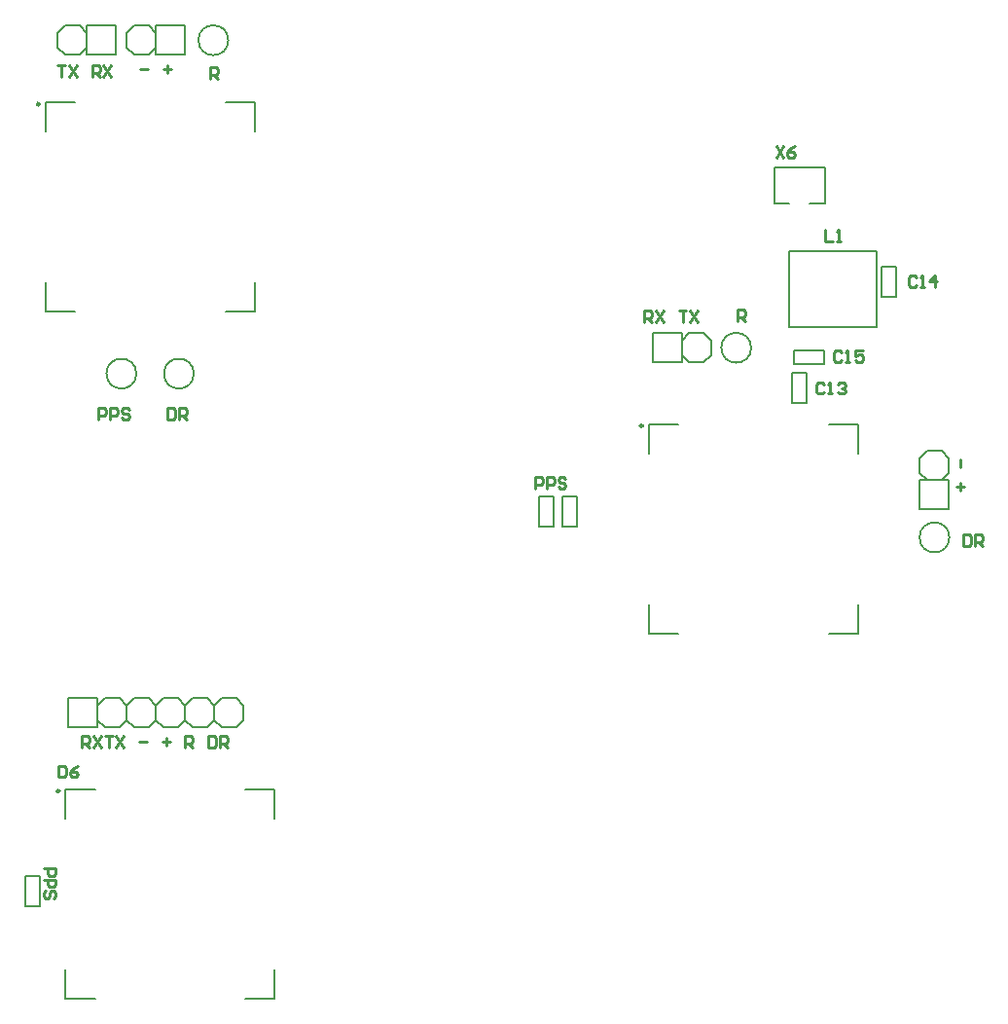
<source format=gto>
G04 Layer_Color=65535*
%FSLAX44Y44*%
%MOMM*%
G71*
G01*
G75*
%ADD17C,0.2540*%
%ADD30C,0.2500*%
%ADD31C,0.2000*%
D17*
X652132Y775685D02*
X658796Y765688D01*
Y775685D02*
X652132Y765688D01*
X668793Y775685D02*
X665461Y774019D01*
X662129Y770686D01*
Y767354D01*
X663795Y765688D01*
X667127D01*
X668793Y767354D01*
Y769020D01*
X667127Y770686D01*
X662129D01*
X695000Y702497D02*
Y692500D01*
X701665D01*
X704997D02*
X708329D01*
X706663D01*
Y702497D01*
X704997Y700831D01*
X709165Y595831D02*
X707498Y597497D01*
X704166D01*
X702500Y595831D01*
Y589166D01*
X704166Y587500D01*
X707498D01*
X709165Y589166D01*
X712497Y587500D02*
X715829D01*
X714163D01*
Y597497D01*
X712497Y595831D01*
X727492Y597497D02*
X720827D01*
Y592498D01*
X724160Y594165D01*
X725826D01*
X727492Y592498D01*
Y589166D01*
X725826Y587500D01*
X722494D01*
X720827Y589166D01*
X774165Y660831D02*
X772498Y662497D01*
X769166D01*
X767500Y660831D01*
Y654166D01*
X769166Y652500D01*
X772498D01*
X774165Y654166D01*
X777497Y652500D02*
X780829D01*
X779163D01*
Y662497D01*
X777497Y660831D01*
X790826Y652500D02*
Y662497D01*
X785827Y657498D01*
X792492D01*
X694165Y568331D02*
X692498Y569997D01*
X689166D01*
X687500Y568331D01*
Y561666D01*
X689166Y560000D01*
X692498D01*
X694165Y561666D01*
X697497Y560000D02*
X700829D01*
X699163D01*
Y569997D01*
X697497Y568331D01*
X705827D02*
X707494Y569997D01*
X710826D01*
X712492Y568331D01*
Y566665D01*
X710826Y564998D01*
X709160D01*
X710826D01*
X712492Y563332D01*
Y561666D01*
X710826Y560000D01*
X707494D01*
X705827Y561666D01*
X27546Y236443D02*
Y226446D01*
X32544D01*
X34211Y228112D01*
Y234777D01*
X32544Y236443D01*
X27546D01*
X44207D02*
X40875Y234777D01*
X37543Y231444D01*
Y228112D01*
X39209Y226446D01*
X42541D01*
X44207Y228112D01*
Y229778D01*
X42541Y231444D01*
X37543D01*
X442500Y477500D02*
Y487497D01*
X447498D01*
X449165Y485831D01*
Y482498D01*
X447498Y480832D01*
X442500D01*
X452497Y477500D02*
Y487497D01*
X457495D01*
X459161Y485831D01*
Y482498D01*
X457495Y480832D01*
X452497D01*
X469158Y485831D02*
X467492Y487497D01*
X464160D01*
X462494Y485831D01*
Y484165D01*
X464160Y482498D01*
X467492D01*
X469158Y480832D01*
Y479166D01*
X467492Y477500D01*
X464160D01*
X462494Y479166D01*
X537500Y622500D02*
Y632497D01*
X542498D01*
X544165Y630831D01*
Y627498D01*
X542498Y625832D01*
X537500D01*
X540832D02*
X544165Y622500D01*
X547497Y632497D02*
X554161Y622500D01*
Y632497D02*
X547497Y622500D01*
X567490Y632497D02*
X574155D01*
X570823D01*
Y622500D01*
X577487Y632497D02*
X584152Y622500D01*
Y632497D02*
X577487Y622500D01*
X812498Y502500D02*
Y495835D01*
Y482506D02*
Y475842D01*
X815831Y479174D02*
X809166D01*
X815000Y437497D02*
Y427500D01*
X819998D01*
X821665Y429166D01*
Y435831D01*
X819998Y437497D01*
X815000D01*
X824997Y427500D02*
Y437497D01*
X829995D01*
X831661Y435831D01*
Y432498D01*
X829995Y430832D01*
X824997D01*
X828329D02*
X831661Y427500D01*
X618500Y623250D02*
Y633247D01*
X623498D01*
X625164Y631581D01*
Y628248D01*
X623498Y626582D01*
X618500D01*
X621832D02*
X625164Y623250D01*
X27000Y845997D02*
X33665D01*
X30332D01*
Y836000D01*
X36997Y845997D02*
X43661Y836000D01*
Y845997D02*
X36997Y836000D01*
X56990D02*
Y845997D01*
X61989D01*
X63655Y844331D01*
Y840998D01*
X61989Y839332D01*
X56990D01*
X60323D02*
X63655Y836000D01*
X66987Y845997D02*
X73652Y836000D01*
Y845997D02*
X66987Y836000D01*
X99000Y841998D02*
X105665D01*
X118994D02*
X125658D01*
X122326Y845331D02*
Y838666D01*
X62500Y537500D02*
Y547497D01*
X67498D01*
X69165Y545831D01*
Y542498D01*
X67498Y540832D01*
X62500D01*
X72497Y537500D02*
Y547497D01*
X77495D01*
X79161Y545831D01*
Y542498D01*
X77495Y540832D01*
X72497D01*
X89158Y545831D02*
X87492Y547497D01*
X84160D01*
X82494Y545831D01*
Y544165D01*
X84160Y542498D01*
X87492D01*
X89158Y540832D01*
Y539166D01*
X87492Y537500D01*
X84160D01*
X82494Y539166D01*
X122500Y547497D02*
Y537500D01*
X127498D01*
X129164Y539166D01*
Y545831D01*
X127498Y547497D01*
X122500D01*
X132497Y537500D02*
Y547497D01*
X137495D01*
X139161Y545831D01*
Y542498D01*
X137495Y540832D01*
X132497D01*
X135829D02*
X139161Y537500D01*
X160000Y834000D02*
Y843997D01*
X164998D01*
X166665Y842331D01*
Y838998D01*
X164998Y837332D01*
X160000D01*
X163332D02*
X166665Y834000D01*
X48000Y252000D02*
Y261997D01*
X52998D01*
X54665Y260331D01*
Y256998D01*
X52998Y255332D01*
X48000D01*
X51332D02*
X54665Y252000D01*
X57997Y261997D02*
X64661Y252000D01*
Y261997D02*
X57997Y252000D01*
X67994Y261997D02*
X74658D01*
X71326D01*
Y252000D01*
X77990Y261997D02*
X84655Y252000D01*
Y261997D02*
X77990Y252000D01*
X97984Y256998D02*
X104648D01*
X117978D02*
X124642D01*
X121310Y260331D02*
Y253666D01*
X137971Y252000D02*
Y261997D01*
X142969D01*
X144635Y260331D01*
Y256998D01*
X142969Y255332D01*
X137971D01*
X141303D02*
X144635Y252000D01*
X157965Y261997D02*
Y252000D01*
X162963D01*
X164629Y253666D01*
Y260331D01*
X162963Y261997D01*
X157965D01*
X167961Y252000D02*
Y261997D01*
X172960D01*
X174626Y260331D01*
Y256998D01*
X172960Y255332D01*
X167961D01*
X171294D02*
X174626Y252000D01*
X15000Y147500D02*
X24997D01*
Y142502D01*
X23331Y140836D01*
X19998D01*
X18332Y142502D01*
Y147500D01*
X15000Y137503D02*
X24997D01*
Y132505D01*
X23331Y130839D01*
X19998D01*
X18332Y132505D01*
Y137503D01*
X23331Y120842D02*
X24997Y122508D01*
Y125840D01*
X23331Y127506D01*
X21665D01*
X19998Y125840D01*
Y122508D01*
X18332Y120842D01*
X16666D01*
X15000Y122508D01*
Y125840D01*
X16666Y127506D01*
D30*
X536250Y532000D02*
G03*
X536250Y532000I-1250J0D01*
G01*
X28750Y214500D02*
G03*
X28750Y214500I-1250J0D01*
G01*
X11250Y812000D02*
G03*
X11250Y812000I-1250J0D01*
G01*
D31*
X95500Y577500D02*
G03*
X95500Y577500I-13000J0D01*
G01*
X630500Y600000D02*
G03*
X630500Y600000I-13000J0D01*
G01*
X175500Y867500D02*
G03*
X175500Y867500I-13000J0D01*
G01*
X803000Y435000D02*
G03*
X803000Y435000I-13000J0D01*
G01*
X145500Y577500D02*
G03*
X145500Y577500I-13000J0D01*
G01*
X756250Y644250D02*
Y670750D01*
X743750Y644250D02*
Y670750D01*
X756250D01*
X743750Y644250D02*
X756250D01*
X541500Y508000D02*
Y533500D01*
X567000D01*
X698000D02*
X723500D01*
Y508000D02*
Y533500D01*
Y351500D02*
Y377000D01*
X698000Y351500D02*
X723500D01*
X541500D02*
Y377000D01*
Y351500D02*
X567000D01*
X-1250Y140750D02*
X11250D01*
X-1250Y114250D02*
X11250D01*
Y140750D01*
X-1250Y114250D02*
Y140750D01*
X446250Y470750D02*
X458750D01*
X446250Y444250D02*
X458750D01*
Y470750D01*
X446250Y444250D02*
Y470750D01*
X466250D02*
X478750D01*
X466250Y444250D02*
X478750D01*
Y470750D01*
X466250Y444250D02*
Y470750D01*
X163300Y276150D02*
X169650Y269800D01*
X182350D01*
X188700Y276150D01*
X182350Y295200D02*
X188700Y288850D01*
X169650Y295200D02*
X182350D01*
X163300Y288850D02*
X169650Y295200D01*
X188700Y276150D02*
Y288850D01*
X36300Y295200D02*
X61700D01*
Y269800D02*
Y295200D01*
X36300Y269800D02*
Y295200D01*
X61700Y288850D02*
X68050Y295200D01*
X80750D01*
X87100Y288850D01*
Y276150D02*
Y288850D01*
X80750Y269800D02*
X87100Y276150D01*
X68050Y269800D02*
X80750D01*
X61700Y276150D02*
X68050Y269800D01*
X36300D02*
X61700D01*
X87100Y276150D02*
X93450Y269800D01*
X106150D01*
X112500Y276150D01*
Y288850D01*
X106150Y295200D02*
X112500Y288850D01*
X93450Y295200D02*
X106150D01*
X87100Y288850D02*
X93450Y295200D01*
X112500Y276150D02*
X118850Y269800D01*
X131550D01*
X137900Y276150D01*
Y288850D01*
X131550Y295200D02*
X137900Y288850D01*
X118850Y295200D02*
X131550D01*
X112500Y288850D02*
X118850Y295200D01*
X137900Y276150D02*
X144250Y269800D01*
X156950D01*
X163300Y276150D01*
Y288850D01*
X156950Y295200D02*
X163300Y288850D01*
X144250Y295200D02*
X156950D01*
X137900Y288850D02*
X144250Y295200D01*
X777300Y459600D02*
Y485000D01*
X802700D01*
X777300Y459600D02*
X802700D01*
X777300Y491350D02*
X783650Y485000D01*
X777300Y491350D02*
Y504050D01*
X783650Y510400D01*
X796350D01*
X802700Y504050D01*
Y491350D02*
Y504050D01*
X796350Y485000D02*
X802700Y491350D01*
Y459600D02*
Y485000D01*
X544600Y612700D02*
X570000D01*
Y587300D02*
Y612700D01*
X544600Y587300D02*
Y612700D01*
X570000Y606350D02*
X576350Y612700D01*
X589050D01*
X595400Y606350D01*
Y593650D02*
Y606350D01*
X589050Y587300D02*
X595400Y593650D01*
X576350Y587300D02*
X589050D01*
X570000Y593650D02*
X576350Y587300D01*
X544600D02*
X570000D01*
X112500Y854800D02*
X137900D01*
X112500D02*
Y880200D01*
X137900Y854800D02*
Y880200D01*
X106150Y854800D02*
X112500Y861150D01*
X93450Y854800D02*
X106150D01*
X87100Y861150D02*
X93450Y854800D01*
X87100Y861150D02*
Y873850D01*
X93450Y880200D01*
X106150D01*
X112500Y873850D01*
Y880200D02*
X137900D01*
X52500Y854800D02*
X77900D01*
X52500D02*
Y880200D01*
X77900Y854800D02*
Y880200D01*
X46150Y854800D02*
X52500Y861150D01*
X33450Y854800D02*
X46150D01*
X27100Y861150D02*
X33450Y854800D01*
X27100Y861150D02*
Y873850D01*
X33450Y880200D01*
X46150D01*
X52500Y873850D01*
Y880200D02*
X77900D01*
X34000Y190500D02*
Y216000D01*
X59500D01*
X190500D02*
X216000D01*
Y190500D02*
Y216000D01*
Y34000D02*
Y59500D01*
X190500Y34000D02*
X216000D01*
X34000D02*
Y59500D01*
Y34000D02*
X59500D01*
X16500Y788000D02*
Y813500D01*
X42000D01*
X173000D02*
X198500D01*
Y788000D02*
Y813500D01*
Y631500D02*
Y657000D01*
X173000Y631500D02*
X198500D01*
X16500D02*
Y657000D01*
Y631500D02*
X42000D01*
X650500Y725875D02*
X663750D01*
X681250D02*
X694500D01*
X650500D02*
Y757125D01*
X694500Y725875D02*
Y757125D01*
X650500D02*
X694500D01*
X667500Y598000D02*
X694000D01*
X667500Y585500D02*
X694000D01*
X667500D02*
Y598000D01*
X694000Y585500D02*
Y598000D01*
X666250Y551750D02*
Y578250D01*
X678750Y551750D02*
Y578250D01*
X666250Y551750D02*
X678750D01*
X666250Y578250D02*
X678750D01*
X663100Y683650D02*
X739600D01*
X663100Y618400D02*
Y683650D01*
Y618400D02*
X739600D01*
Y683650D01*
M02*

</source>
